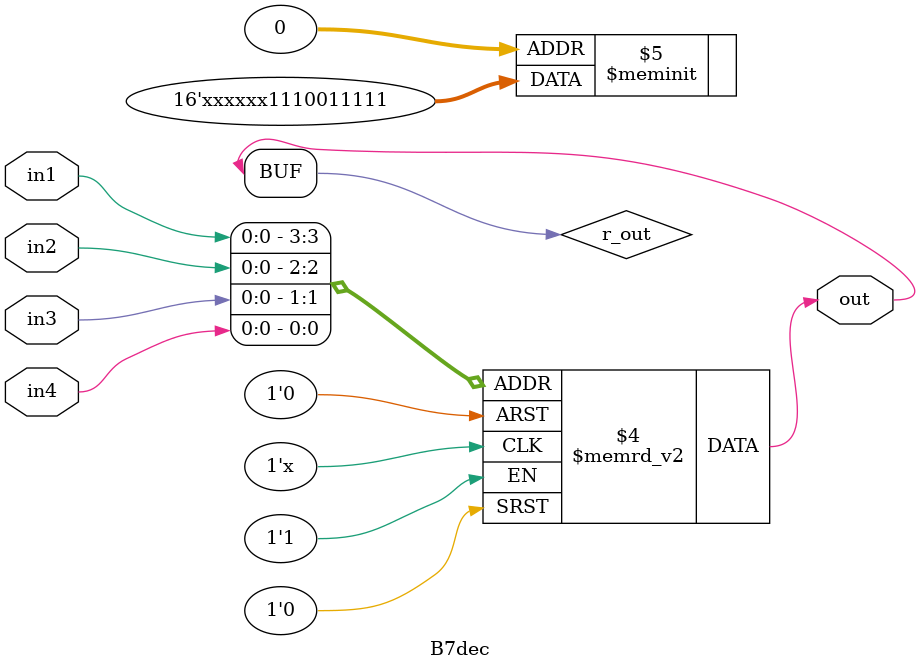
<source format=v>
module B7dec(output out, input in1, in2, in3, in4);
  reg r_out;
  assign out = r_out;
  always@(in1, in2, in3, in4)
    begin
      case({in1, in2, in3, in4})
        4'b0000: out = 1'b1;
        4'b0001: out = 1'b1;
        4'b0010: out = 1'b1;
        4'b0011: out = 1'b1;
        4'b0100: out = 1'b1;
        4'b0101: out = 1'b0;
        4'b0110: out = 1'b0;
        4'b0111: out = 1'b1;
	4'b1000: out = 1'b1;
        4'b1001: out = 1'b1;
        4'b1010: out = 1'bx;
        4'b1011: out = 1'bx;
        4'b1100: out = 1'bx;
        4'b1101: out = 1'bx;
        4'b1110: out = 1'bx;
        4'b1111: out = 1'bx;
	
        default: out = 1'b0;
      endcase
    end
endmodule

</source>
